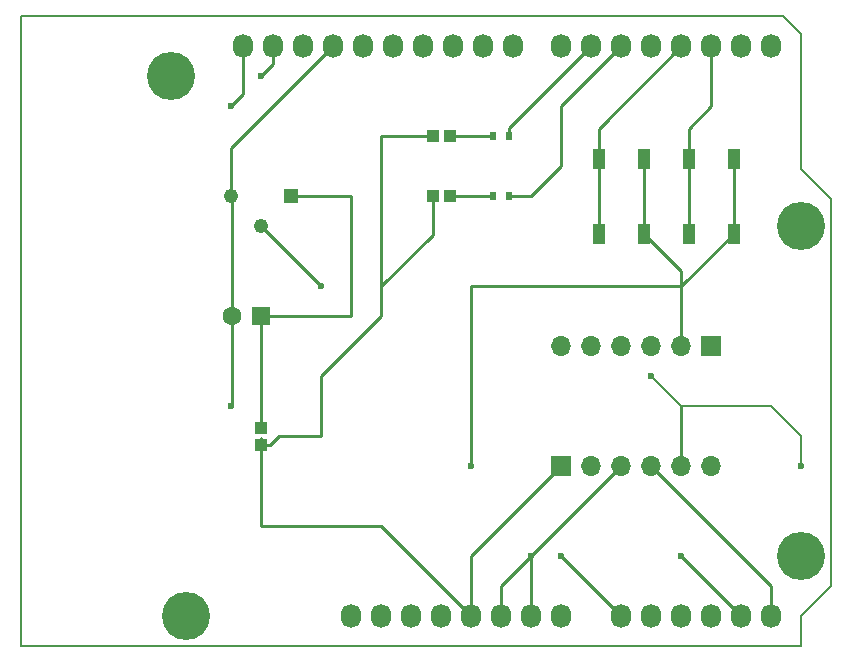
<source format=gtl>
%TF.GenerationSoftware,KiCad,Pcbnew,(6.0.2-0)*%
%TF.CreationDate,2022-05-07T22:45:40-07:00*%
%TF.ProjectId,cpe301d_kicad_David_Nakasone,63706533-3031-4645-9f6b-696361645f44,rev?*%
%TF.SameCoordinates,Original*%
%TF.FileFunction,Copper,L1,Top*%
%TF.FilePolarity,Positive*%
%FSLAX46Y46*%
G04 Gerber Fmt 4.6, Leading zero omitted, Abs format (unit mm)*
G04 Created by KiCad (PCBNEW (6.0.2-0)) date 2022-05-07 22:45:40*
%MOMM*%
%LPD*%
G01*
G04 APERTURE LIST*
%TA.AperFunction,Profile*%
%ADD10C,0.150000*%
%TD*%
%TA.AperFunction,ComponentPad*%
%ADD11O,1.727200X2.032000*%
%TD*%
%TA.AperFunction,ComponentPad*%
%ADD12C,4.064000*%
%TD*%
%TA.AperFunction,ComponentPad*%
%ADD13R,1.700000X1.700000*%
%TD*%
%TA.AperFunction,ComponentPad*%
%ADD14O,1.700000X1.700000*%
%TD*%
%TA.AperFunction,SMDPad,CuDef*%
%ADD15R,1.040000X1.020000*%
%TD*%
%TA.AperFunction,SMDPad,CuDef*%
%ADD16R,0.600000X0.800000*%
%TD*%
%TA.AperFunction,ComponentPad*%
%ADD17R,1.600000X1.600000*%
%TD*%
%TA.AperFunction,ComponentPad*%
%ADD18C,1.600000*%
%TD*%
%TA.AperFunction,SMDPad,CuDef*%
%ADD19R,1.000000X1.700000*%
%TD*%
%TA.AperFunction,SMDPad,CuDef*%
%ADD20R,1.020000X1.040000*%
%TD*%
%TA.AperFunction,ComponentPad*%
%ADD21R,1.222000X1.222000*%
%TD*%
%TA.AperFunction,ComponentPad*%
%ADD22C,1.222000*%
%TD*%
%TA.AperFunction,ViaPad*%
%ADD23C,0.600000*%
%TD*%
%TA.AperFunction,Conductor*%
%ADD24C,0.250000*%
%TD*%
%TA.AperFunction,Conductor*%
%ADD25C,0.200000*%
%TD*%
G04 APERTURE END LIST*
D10*
X179578000Y-88519000D02*
X177038000Y-85979000D01*
X177038000Y-126365000D02*
X177038000Y-123825000D01*
X177038000Y-74549000D02*
X175514000Y-73025000D01*
X177038000Y-123825000D02*
X179578000Y-121285000D01*
X110998000Y-73025000D02*
X110998000Y-126365000D01*
X179578000Y-121285000D02*
X179578000Y-88519000D01*
X110998000Y-126365000D02*
X177038000Y-126365000D01*
X175514000Y-73025000D02*
X110998000Y-73025000D01*
X177038000Y-85979000D02*
X177038000Y-74549000D01*
D11*
%TO.P,P1,1,Pin_1*%
%TO.N,unconnected-(P1-Pad1)*%
X138938000Y-123825000D03*
%TO.P,P1,2,Pin_2*%
%TO.N,/IOREF*%
X141478000Y-123825000D03*
%TO.P,P1,3,Pin_3*%
%TO.N,/Reset*%
X144018000Y-123825000D03*
%TO.P,P1,4,Pin_4*%
%TO.N,+3V3*%
X146558000Y-123825000D03*
%TO.P,P1,5,Pin_5*%
%TO.N,+5V*%
X149098000Y-123825000D03*
%TO.P,P1,6,Pin_6*%
%TO.N,GND*%
X151638000Y-123825000D03*
%TO.P,P1,7,Pin_7*%
X154178000Y-123825000D03*
%TO.P,P1,8,Pin_8*%
%TO.N,/Vin*%
X156718000Y-123825000D03*
%TD*%
%TO.P,P2,1,Pin_1*%
%TO.N,/A0*%
X161798000Y-123825000D03*
%TO.P,P2,2,Pin_2*%
%TO.N,/A1*%
X164338000Y-123825000D03*
%TO.P,P2,3,Pin_3*%
%TO.N,/A2*%
X166878000Y-123825000D03*
%TO.P,P2,4,Pin_4*%
%TO.N,/A3*%
X169418000Y-123825000D03*
%TO.P,P2,5,Pin_5*%
%TO.N,/A4(SDA)*%
X171958000Y-123825000D03*
%TO.P,P2,6,Pin_6*%
%TO.N,/A5(SCL)*%
X174498000Y-123825000D03*
%TD*%
%TO.P,P3,1,Pin_1*%
%TO.N,/A5(SCL)*%
X129794000Y-75565000D03*
%TO.P,P3,2,Pin_2*%
%TO.N,/A4(SDA)*%
X132334000Y-75565000D03*
%TO.P,P3,3,Pin_3*%
%TO.N,/AREF*%
X134874000Y-75565000D03*
%TO.P,P3,4,Pin_4*%
%TO.N,GND*%
X137414000Y-75565000D03*
%TO.P,P3,5,Pin_5*%
%TO.N,/13(SCK)*%
X139954000Y-75565000D03*
%TO.P,P3,6,Pin_6*%
%TO.N,/12(MISO)*%
X142494000Y-75565000D03*
%TO.P,P3,7,Pin_7*%
%TO.N,/11(\u002A\u002A{slash}MOSI)*%
X145034000Y-75565000D03*
%TO.P,P3,8,Pin_8*%
%TO.N,/10(\u002A\u002A{slash}SS)*%
X147574000Y-75565000D03*
%TO.P,P3,9,Pin_9*%
%TO.N,/9(\u002A\u002A)*%
X150114000Y-75565000D03*
%TO.P,P3,10,Pin_10*%
%TO.N,/8*%
X152654000Y-75565000D03*
%TD*%
%TO.P,P4,1,Pin_1*%
%TO.N,/7*%
X156718000Y-75565000D03*
%TO.P,P4,2,Pin_2*%
%TO.N,/6(\u002A\u002A)*%
X159258000Y-75565000D03*
%TO.P,P4,3,Pin_3*%
%TO.N,/5(\u002A\u002A)*%
X161798000Y-75565000D03*
%TO.P,P4,4,Pin_4*%
%TO.N,/4*%
X164338000Y-75565000D03*
%TO.P,P4,5,Pin_5*%
%TO.N,/3(\u002A\u002A)*%
X166878000Y-75565000D03*
%TO.P,P4,6,Pin_6*%
%TO.N,/2*%
X169418000Y-75565000D03*
%TO.P,P4,7,Pin_7*%
%TO.N,/1(Tx)*%
X171958000Y-75565000D03*
%TO.P,P4,8,Pin_8*%
%TO.N,/0(Rx)*%
X174498000Y-75565000D03*
%TD*%
D12*
%TO.P,P5,1,Pin_1*%
%TO.N,unconnected-(P5-Pad1)*%
X124968000Y-123825000D03*
%TD*%
%TO.P,P6,1,Pin_1*%
%TO.N,unconnected-(P6-Pad1)*%
X177038000Y-118745000D03*
%TD*%
%TO.P,P7,1,Pin_1*%
%TO.N,unconnected-(P7-Pad1)*%
X123698000Y-78105000D03*
%TD*%
%TO.P,P8,1,Pin_1*%
%TO.N,unconnected-(P8-Pad1)*%
X177038000Y-90805000D03*
%TD*%
D13*
%TO.P,J2,1,Pin_1*%
%TO.N,unconnected-(J2-Pad1)*%
X169418000Y-100965000D03*
D14*
%TO.P,J2,2,Pin_2*%
%TO.N,GND*%
X166878000Y-100965000D03*
%TO.P,J2,3,Pin_3*%
%TO.N,unconnected-(J2-Pad3)*%
X164338000Y-100965000D03*
%TO.P,J2,4,Pin_4*%
%TO.N,unconnected-(J2-Pad4)*%
X161798000Y-100965000D03*
%TO.P,J2,5,Pin_5*%
%TO.N,unconnected-(J2-Pad5)*%
X159258000Y-100965000D03*
%TO.P,J2,6,Pin_6*%
%TO.N,unconnected-(J2-Pad6)*%
X156718000Y-100965000D03*
%TD*%
D15*
%TO.P,R3,1*%
%TO.N,+5V*%
X145823000Y-88265000D03*
%TO.P,R3,2*%
%TO.N,Net-(D2-Pad2)*%
X147293000Y-88265000D03*
%TD*%
D13*
%TO.P,J1,1,Pin_1*%
%TO.N,+5V*%
X156718000Y-111125000D03*
D14*
%TO.P,J1,2,Pin_2*%
%TO.N,unconnected-(J1-Pad2)*%
X159258000Y-111125000D03*
%TO.P,J1,3,Pin_3*%
%TO.N,GND*%
X161798000Y-111125000D03*
%TO.P,J1,4,Pin_4*%
%TO.N,/A5(SCL)*%
X164338000Y-111125000D03*
%TO.P,J1,5,Pin_5*%
%TO.N,/A4(SDA)*%
X166878000Y-111125000D03*
%TO.P,J1,6,Pin_6*%
%TO.N,unconnected-(J1-Pad6)*%
X169418000Y-111125000D03*
%TD*%
D16*
%TO.P,D1,1*%
%TO.N,/6(\u002A\u002A)*%
X152338000Y-83185000D03*
%TO.P,D1,2*%
%TO.N,Net-(D1-Pad2)*%
X150938000Y-83185000D03*
%TD*%
%TO.P,D2,1*%
%TO.N,/5(\u002A\u002A)*%
X152338000Y-88265000D03*
%TO.P,D2,2*%
%TO.N,Net-(D2-Pad2)*%
X150938000Y-88265000D03*
%TD*%
D15*
%TO.P,R2,1*%
%TO.N,+5V*%
X145823000Y-83185000D03*
%TO.P,R2,2*%
%TO.N,Net-(D1-Pad2)*%
X147293000Y-83185000D03*
%TD*%
D17*
%TO.P,C1,1*%
%TO.N,Net-(C1-Pad1)*%
X131318000Y-98425000D03*
D18*
%TO.P,C1,2*%
%TO.N,GND*%
X128818000Y-98425000D03*
%TD*%
D19*
%TO.P,S2,1*%
%TO.N,/3(\u002A\u002A)*%
X159898000Y-91415000D03*
%TO.P,S2,2*%
X159898000Y-85115000D03*
%TO.P,S2,3*%
%TO.N,GND*%
X163698000Y-91415000D03*
%TO.P,S2,4*%
X163698000Y-85115000D03*
%TD*%
%TO.P,S1,1*%
%TO.N,/2*%
X167518000Y-91415000D03*
%TO.P,S1,2*%
X167518000Y-85115000D03*
%TO.P,S1,3*%
%TO.N,GND*%
X171318000Y-91415000D03*
%TO.P,S1,4*%
X171318000Y-85115000D03*
%TD*%
D20*
%TO.P,R1,1*%
%TO.N,+5V*%
X131318000Y-109320000D03*
%TO.P,R1,2*%
%TO.N,Net-(C1-Pad1)*%
X131318000Y-107850000D03*
%TD*%
D21*
%TO.P,VR1,1*%
%TO.N,Net-(C1-Pad1)*%
X133858000Y-88265000D03*
D22*
%TO.P,VR1,2*%
%TO.N,/A0*%
X131318000Y-90805000D03*
%TO.P,VR1,3*%
%TO.N,GND*%
X128778000Y-88265000D03*
%TD*%
D23*
%TO.N,GND*%
X149098000Y-111125000D03*
X128778000Y-106045000D03*
X154178000Y-118745000D03*
%TO.N,/A0*%
X136398000Y-95885000D03*
X156718000Y-118745000D03*
%TO.N,/A4(SDA)*%
X177038000Y-111125000D03*
X164338000Y-103505000D03*
X131318000Y-78105000D03*
X166878000Y-118745000D03*
%TO.N,/A5(SCL)*%
X128778000Y-80645000D03*
%TD*%
D24*
%TO.N,+5V*%
X132813000Y-108585000D02*
X136398000Y-108585000D01*
X141478000Y-116205000D02*
X131318000Y-116205000D01*
X149098000Y-123825000D02*
X141478000Y-116205000D01*
X141478000Y-83185000D02*
X145823000Y-83185000D01*
X145823000Y-91540000D02*
X145823000Y-88265000D01*
X141478000Y-95885000D02*
X145823000Y-91540000D01*
X131318000Y-109320000D02*
X132078000Y-109320000D01*
X141478000Y-98425000D02*
X141478000Y-95885000D01*
X132078000Y-109320000D02*
X132813000Y-108585000D01*
X141478000Y-95885000D02*
X141478000Y-83185000D01*
X149098000Y-123825000D02*
X149098000Y-118745000D01*
X136398000Y-108585000D02*
X136398000Y-103505000D01*
X131318000Y-116205000D02*
X131318000Y-108694511D01*
X149098000Y-118745000D02*
X156718000Y-111125000D01*
X136398000Y-103505000D02*
X141478000Y-98425000D01*
%TO.N,GND*%
X166878000Y-94595000D02*
X163698000Y-91415000D01*
X149098000Y-95885000D02*
X149098000Y-111125000D01*
X151638000Y-121285000D02*
X154178000Y-118745000D01*
X171318000Y-85115000D02*
X171318000Y-91415000D01*
X171318000Y-91415000D02*
X171318000Y-91445000D01*
X161798000Y-111125000D02*
X154178000Y-118745000D01*
X171318000Y-91445000D02*
X166878000Y-95885000D01*
X128778000Y-88265000D02*
X128778000Y-84201000D01*
X154178000Y-123825000D02*
X154178000Y-118745000D01*
X128818000Y-98425000D02*
X128818000Y-88305000D01*
X163698000Y-85115000D02*
X163698000Y-91415000D01*
X166878000Y-95885000D02*
X149098000Y-95885000D01*
X166878000Y-100965000D02*
X166878000Y-94595000D01*
X128778000Y-84201000D02*
X137414000Y-75565000D01*
X128818000Y-106005000D02*
X128778000Y-106045000D01*
X128818000Y-88305000D02*
X128778000Y-88265000D01*
X128818000Y-98425000D02*
X128818000Y-106005000D01*
X151638000Y-123825000D02*
X151638000Y-121285000D01*
%TO.N,/A0*%
X131318000Y-90805000D02*
X136398000Y-95885000D01*
X161798000Y-123825000D02*
X156718000Y-118745000D01*
%TO.N,/A4(SDA)*%
X171958000Y-123825000D02*
X166878000Y-118745000D01*
X132334000Y-75565000D02*
X132334000Y-77089000D01*
X132334000Y-77089000D02*
X131318000Y-78105000D01*
D25*
X174498000Y-106045000D02*
X171958000Y-106045000D01*
X166878000Y-106045000D02*
X164338000Y-103505000D01*
X177038000Y-108585000D02*
X174498000Y-106045000D01*
X177038000Y-111125000D02*
X177038000Y-108585000D01*
X171958000Y-106045000D02*
X166878000Y-106045000D01*
D24*
X166878000Y-111125000D02*
X166878000Y-106045000D01*
%TO.N,/A5(SCL)*%
X129794000Y-75565000D02*
X129794000Y-79629000D01*
X174498000Y-121285000D02*
X174498000Y-123825000D01*
X164338000Y-111125000D02*
X174498000Y-121285000D01*
X129794000Y-79629000D02*
X128778000Y-80645000D01*
%TO.N,/6(\u002A\u002A)*%
X152338000Y-83185000D02*
X152338000Y-82485000D01*
X152338000Y-82485000D02*
X159258000Y-75565000D01*
%TO.N,/5(\u002A\u002A)*%
X152338000Y-88265000D02*
X154178000Y-88265000D01*
X156718000Y-80645000D02*
X161798000Y-75565000D01*
X154178000Y-88265000D02*
X156718000Y-85725000D01*
X156718000Y-85725000D02*
X156718000Y-80645000D01*
%TO.N,/3(\u002A\u002A)*%
X159898000Y-85115000D02*
X159898000Y-82545000D01*
X159898000Y-91415000D02*
X159898000Y-85115000D01*
X159898000Y-82545000D02*
X166878000Y-75565000D01*
%TO.N,/2*%
X167518000Y-82545000D02*
X169418000Y-80645000D01*
X167518000Y-85115000D02*
X167518000Y-82545000D01*
X167518000Y-91415000D02*
X167518000Y-85115000D01*
X169418000Y-80645000D02*
X169418000Y-75565000D01*
%TO.N,Net-(C1-Pad1)*%
X138938000Y-88265000D02*
X133858000Y-88265000D01*
X138938000Y-98425000D02*
X138938000Y-88265000D01*
X131318000Y-107850000D02*
X131318000Y-98425000D01*
X131318000Y-98425000D02*
X138938000Y-98425000D01*
%TO.N,Net-(D1-Pad2)*%
X147293000Y-83185000D02*
X150938000Y-83185000D01*
%TO.N,Net-(D2-Pad2)*%
X150938000Y-88265000D02*
X147293000Y-88265000D01*
%TD*%
M02*

</source>
